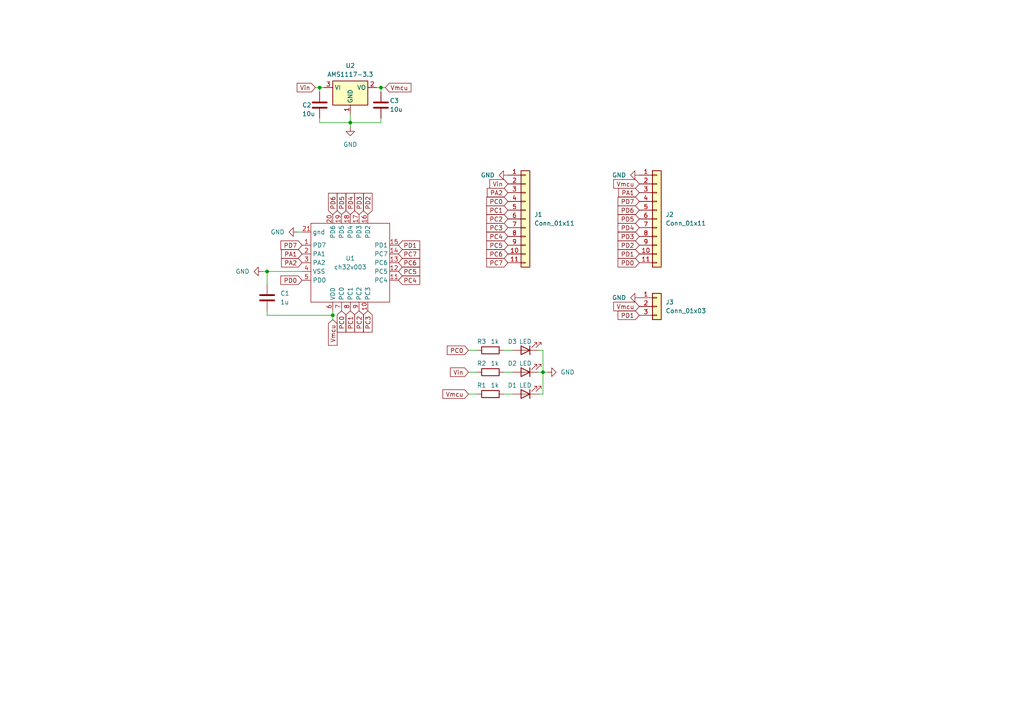
<source format=kicad_sch>
(kicad_sch (version 20231120) (generator "eeschema") (generator_version "8.0")
  (paper "A4")
  (lib_symbols
    (symbol "Connector_Generic:Conn_01x03" (pin_names (offset 1.016) hide)
      (property "Reference" "J" (at 0 5.08 0))
      (property "Value" "Conn_01x03" (at 0 -5.08 0))
      (symbol "Conn_01x03_1_1"
        (rectangle (start -1.27 -2.413) (end 0 -2.667) (stroke (width 0.1524)))
        (rectangle (start -1.27 0.127) (end 0 -0.127) (stroke (width 0.1524)))
        (rectangle (start -1.27 2.667) (end 0 2.413) (stroke (width 0.1524)))
        (rectangle (start -1.27 3.81) (end 1.27 -3.81) (stroke (width 0.254)) (fill (type background)))
        (pin passive line (at -5.08 2.54 0) (length 3.81) (name "Pin_1") (number "1"))
        (pin passive line (at -5.08 0 0) (length 3.81) (name "Pin_2") (number "2"))
        (pin passive line (at -5.08 -2.54 0) (length 3.81) (name "Pin_3") (number "3"))
      )
    )
    (symbol "Connector_Generic:Conn_01x11" (pin_names (offset 1.016) hide)
      (property "Reference" "J" (at 0 15.24 0))
      (property "Value" "Conn_01x11" (at 0 -15.24 0))
      (symbol "Conn_01x11_1_1"
        (rectangle (start -1.27 -12.573) (end 0 -12.827) (stroke (width 0.1524)))
        (rectangle (start -1.27 -10.033) (end 0 -10.287) (stroke (width 0.1524)))
        (rectangle (start -1.27 -7.493) (end 0 -7.747) (stroke (width 0.1524)))
        (rectangle (start -1.27 -4.953) (end 0 -5.207) (stroke (width 0.1524)))
        (rectangle (start -1.27 -2.413) (end 0 -2.667) (stroke (width 0.1524)))
        (rectangle (start -1.27 0.127) (end 0 -0.127) (stroke (width 0.1524)))
        (rectangle (start -1.27 2.667) (end 0 2.413) (stroke (width 0.1524)))
        (rectangle (start -1.27 5.207) (end 0 4.953) (stroke (width 0.1524)))
        (rectangle (start -1.27 7.747) (end 0 7.493) (stroke (width 0.1524)))
        (rectangle (start -1.27 10.287) (end 0 10.033) (stroke (width 0.1524)))
        (rectangle (start -1.27 12.827) (end 0 12.573) (stroke (width 0.1524)))
        (rectangle (start -1.27 13.97) (end 1.27 -13.97) (stroke (width 0.254)) (fill (type background)))
        (pin passive line (at -5.08 12.7 0) (length 3.81) (name "Pin_1") (number "1"))
        (pin passive line (at -5.08 -10.16 0) (length 3.81) (name "Pin_10") (number "10"))
        (pin passive line (at -5.08 -12.7 0) (length 3.81) (name "Pin_11") (number "11"))
        (pin passive line (at -5.08 10.16 0) (length 3.81) (name "Pin_2") (number "2"))
        (pin passive line (at -5.08 7.62 0) (length 3.81) (name "Pin_3") (number "3"))
        (pin passive line (at -5.08 5.08 0) (length 3.81) (name "Pin_4") (number "4"))
        (pin passive line (at -5.08 2.54 0) (length 3.81) (name "Pin_5") (number "5"))
        (pin passive line (at -5.08 0 0) (length 3.81) (name "Pin_6") (number "6"))
        (pin passive line (at -5.08 -2.54 0) (length 3.81) (name "Pin_7") (number "7"))
        (pin passive line (at -5.08 -5.08 0) (length 3.81) (name "Pin_8") (number "8"))
        (pin passive line (at -5.08 -7.62 0) (length 3.81) (name "Pin_9") (number "9"))
      )
    )
    (symbol "Device:C" (pin_numbers hide) (pin_names (offset 0.254))
      (property "Reference" "C" (at 0.635 2.54 0))
      (property "Value" "C" (at 0.635 -2.54 0))
      (symbol "C_0_1"
        (polyline (pts (xy -2.032 -0.762) (xy 2.032 -0.762)) (stroke (width 0.508)))
        (polyline (pts (xy -2.032 0.762) (xy 2.032 0.762)) (stroke (width 0.508)))
      )
      (symbol "C_1_1"
        (pin passive line (at 0 3.81 270) (length 2.794) (name "~") (number "1"))
        (pin passive line (at 0 -3.81 90) (length 2.794) (name "~") (number "2"))
      )
    )
    (symbol "Device:LED" (pin_numbers hide) (pin_names (offset 1.016) hide)
      (property "Reference" "D" (at 0 2.54 0))
      (property "Value" "LED" (at 0 -2.54 0))
      (symbol "LED_0_1"
        (polyline (pts (xy -1.27 -1.27) (xy -1.27 1.27)) (stroke (width 0.254)))
        (polyline (pts (xy -1.27 0) (xy 1.27 0)))
        (polyline (pts (xy 1.27 -1.27) (xy 1.27 1.27) (xy -1.27 0) (xy 1.27 -1.27)) (stroke (width 0.254)))
        (polyline (pts (xy -3.048 -0.762) (xy -4.572 -2.286) (xy -3.81 -2.286) (xy -4.572 -2.286) (xy -4.572 -1.524)))
        (polyline (pts (xy -1.778 -0.762) (xy -3.302 -2.286) (xy -2.54 -2.286) (xy -3.302 -2.286) (xy -3.302 -1.524)))
      )
      (symbol "LED_1_1"
        (pin passive line (at -3.81 0 0) (length 2.54) (name "K") (number "1"))
        (pin passive line (at 3.81 0 180) (length 2.54) (name "A") (number "2"))
      )
    )
    (symbol "Device:R" (pin_numbers hide) (pin_names (offset 0))
      (property "Reference" "R" (at 2.032 0 90))
      (property "Value" "R" (at 0 0 90))
      (symbol "R_0_1"
        (rectangle (start -1.016 -2.54) (end 1.016 2.54) (stroke (width 0.254)))
      )
      (symbol "R_1_1"
        (pin passive line (at 0 3.81 270) (length 1.27) (name "~") (number "1"))
        (pin passive line (at 0 -3.81 90) (length 1.27) (name "~") (number "2"))
      )
    )
    (symbol "Regulator_Linear:AMS1117-3.3"
      (property "Reference" "U" (at -3.81 3.175 0))
      (property "Value" "AMS1117-3.3" (at 0 3.175 0))
      (symbol "AMS1117-3.3_0_1"
        (rectangle (start -5.08 -5.08) (end 5.08 1.905) (stroke (width 0.254)) (fill (type background)))
      )
      (symbol "AMS1117-3.3_1_1"
        (pin power_in line (at 0 -7.62 90) (length 2.54) (name "GND") (number "1"))
        (pin power_out line (at 7.62 0 180) (length 2.54) (name "VO") (number "2"))
        (pin power_in line (at -7.62 0 0) (length 2.54) (name "VI") (number "3"))
      )
    )
    (symbol "my-lib:ch32v003-f4u6"
      (property "Reference" "U" (at 0 0 0))
      (symbol "ch32v003-f4u6_0_1"
        (rectangle (start -11.43 11.43) (end 11.43 -11.43))
      )
      (symbol "ch32v003-f4u6_1_1"
        (pin bidirectional line (at -13.97 5.08 0) (length 2.54) (name "PD7") (number "1"))
        (pin bidirectional line (at 5.08 -13.97 90) (length 2.54) (name "PC3") (number "10"))
        (pin bidirectional line (at 13.97 -5.08 180) (length 2.54) (name "PC4") (number "11"))
        (pin bidirectional line (at 13.97 -2.54 180) (length 2.54) (name "PC5") (number "12"))
        (pin bidirectional line (at 13.97 0 180) (length 2.54) (name "PC6") (number "13"))
        (pin bidirectional line (at 13.97 2.54 180) (length 2.54) (name "PC7") (number "14"))
        (pin bidirectional line (at 13.97 5.08 180) (length 2.54) (name "PD1") (number "15"))
        (pin bidirectional line (at 5.08 13.97 270) (length 2.54) (name "PD2") (number "16"))
        (pin bidirectional line (at 2.54 13.97 270) (length 2.54) (name "PD3") (number "17"))
        (pin bidirectional line (at 0 13.97 270) (length 2.54) (name "PD4") (number "18"))
        (pin bidirectional line (at -2.54 13.97 270) (length 2.54) (name "PD5") (number "19"))
        (pin bidirectional line (at -13.97 2.54 0) (length 2.54) (name "PA1") (number "2"))
        (pin bidirectional line (at -5.08 13.97 270) (length 2.54) (name "PD6") (number "20"))
        (pin bidirectional line (at -13.97 8.89 0) (length 2.54) (name "gnd") (number "21"))
        (pin bidirectional line (at -13.97 0 0) (length 2.54) (name "PA2") (number "3"))
        (pin bidirectional line (at -13.97 -2.54 0) (length 2.54) (name "VSS") (number "4"))
        (pin bidirectional line (at -13.97 -5.08 0) (length 2.54) (name "PD0") (number "5"))
        (pin bidirectional line (at -5.08 -13.97 90) (length 2.54) (name "VDD") (number "6"))
        (pin bidirectional line (at -2.54 -13.97 90) (length 2.54) (name "PC0") (number "7"))
        (pin bidirectional line (at 0 -13.97 90) (length 2.54) (name "PC1") (number "8"))
        (pin bidirectional line (at 2.54 -13.97 90) (length 2.54) (name "PC2") (number "9"))
      )
    )
    (symbol "power:GND" (power) (pin_names (offset 0))
      (property "Value" "GND" (at 0 -3.81 0))
      (symbol "GND_0_1"
        (polyline (pts (xy 0 0) (xy 0 -1.27) (xy 1.27 -1.27) (xy 0 -2.54) (xy -1.27 -1.27) (xy 0 -1.27)))
      )
      (symbol "GND_1_1"
        (pin power_in line (at 0 0 270) (length 0) hide (name "GND") (number "1"))
      )
    )
  )
  (junction (at 92.71 25.4))
  (junction (at 110.49 25.4))
  (junction (at 101.6 35.56))
  (junction (at 77.47 78.74))
  (junction (at 157.48 107.95))
  (junction (at 96.52 91.44))
  (wire (pts (xy 91.44 25.4) (xy 92.71 25.4)))
  (wire (pts (xy 110.49 25.4) (xy 111.76 25.4)))
  (wire (pts (xy 135.89 101.6) (xy 138.43 101.6)))
  (wire (pts (xy 135.89 114.3) (xy 138.43 114.3)))
  (wire (pts (xy 157.48 101.6) (xy 156.21 101.6)))
  (wire (pts (xy 156.21 107.95) (xy 157.48 107.95)))
  (wire (pts (xy 157.48 107.95) (xy 157.48 101.6)))
  (wire (pts (xy 77.47 78.74) (xy 77.47 82.55)))
  (wire (pts (xy 77.47 90.17) (xy 77.47 91.44)))
  (wire (pts (xy 96.52 91.44) (xy 96.52 90.17)))
  (wire (pts (xy 110.49 25.4) (xy 110.49 26.67)))
  (wire (pts (xy 157.48 114.3) (xy 157.48 107.95)))
  (wire (pts (xy 146.05 107.95) (xy 148.59 107.95)))
  (wire (pts (xy 101.6 33.02) (xy 101.6 35.56)))
  (wire (pts (xy 86.36 67.31) (xy 87.63 67.31)))
  (wire (pts (xy 146.05 114.3) (xy 148.59 114.3)))
  (wire (pts (xy 135.89 107.95) (xy 138.43 107.95)))
  (wire (pts (xy 96.52 92.71) (xy 96.52 91.44)))
  (wire (pts (xy 157.48 107.95) (xy 158.75 107.95)))
  (wire (pts (xy 77.47 91.44) (xy 96.52 91.44)))
  (wire (pts (xy 76.2 78.74) (xy 77.47 78.74)))
  (wire (pts (xy 92.71 25.4) (xy 93.98 25.4)))
  (wire (pts (xy 92.71 25.4) (xy 92.71 26.67)))
  (wire (pts (xy 110.49 35.56) (xy 101.6 35.56)))
  (wire (pts (xy 92.71 35.56) (xy 101.6 35.56)))
  (wire (pts (xy 156.21 114.3) (xy 157.48 114.3)))
  (wire (pts (xy 92.71 35.56) (xy 92.71 34.29)))
  (wire (pts (xy 101.6 35.56) (xy 101.6 36.83)))
  (wire (pts (xy 146.05 101.6) (xy 148.59 101.6)))
  (wire (pts (xy 109.22 25.4) (xy 110.49 25.4)))
  (wire (pts (xy 110.49 34.29) (xy 110.49 35.56)))
  (wire (pts (xy 77.47 78.74) (xy 87.63 78.74)))
  (global_label "PC5" (shape input) (at 115.57 78.74 0) (property "Intersheetrefs" "${INTERSHEET_REFS}" (effects (hide yes))))
  (global_label "PC2" (shape input) (at 104.14 90.17 270) (property "Intersheetrefs" "${INTERSHEET_REFS}" (effects (hide yes))))
  (global_label "PD1" (shape input) (at 185.42 73.66 180) (property "Intersheetrefs" "${INTERSHEET_REFS}" (effects (hide yes))))
  (global_label "PC0" (shape input) (at 135.89 101.6 180) (property "Intersheetrefs" "${INTERSHEET_REFS}" (effects (hide yes))))
  (global_label "PD2" (shape input) (at 185.42 71.12 180) (property "Intersheetrefs" "${INTERSHEET_REFS}" (effects (hide yes))))
  (global_label "PC4" (shape input) (at 115.57 81.28 0) (property "Intersheetrefs" "${INTERSHEET_REFS}" (effects (hide yes))))
  (global_label "PD1" (shape input) (at 115.57 71.12 0) (property "Intersheetrefs" "${INTERSHEET_REFS}" (effects (hide yes))))
  (global_label "PD5" (shape input) (at 185.42 63.5 180) (property "Intersheetrefs" "${INTERSHEET_REFS}" (effects (hide yes))))
  (global_label "PD7" (shape input) (at 185.42 58.42 180) (property "Intersheetrefs" "${INTERSHEET_REFS}" (effects (hide yes))))
  (global_label "PD4" (shape input) (at 101.6 62.23 90) (property "Intersheetrefs" "${INTERSHEET_REFS}" (effects (hide yes))))
  (global_label "PD3" (shape input) (at 185.42 68.58 180) (property "Intersheetrefs" "${INTERSHEET_REFS}" (effects (hide yes))))
  (global_label "PC1" (shape input) (at 147.32 60.96 180) (property "Intersheetrefs" "${INTERSHEET_REFS}" (effects (hide yes))))
  (global_label "PD3" (shape input) (at 104.14 62.23 90) (property "Intersheetrefs" "${INTERSHEET_REFS}" (effects (hide yes))))
  (global_label "PC1" (shape input) (at 101.6 90.17 270) (property "Intersheetrefs" "${INTERSHEET_REFS}" (effects (hide yes))))
  (global_label "PC6" (shape input) (at 115.57 76.2 0) (property "Intersheetrefs" "${INTERSHEET_REFS}" (effects (hide yes))))
  (global_label "Vin" (shape input) (at 147.32 53.34 180) (property "Intersheetrefs" "${INTERSHEET_REFS}" (effects (hide yes))))
  (global_label "PD6" (shape input) (at 96.52 62.23 90) (property "Intersheetrefs" "${INTERSHEET_REFS}" (effects (hide yes))))
  (global_label "PA2" (shape input) (at 87.63 76.2 180) (property "Intersheetrefs" "${INTERSHEET_REFS}" (effects (hide yes))))
  (global_label "PC0" (shape input) (at 99.06 90.17 270) (property "Intersheetrefs" "${INTERSHEET_REFS}" (effects (hide yes))))
  (global_label "Vin" (shape input) (at 135.89 107.95 180) (property "Intersheetrefs" "${INTERSHEET_REFS}" (effects (hide yes))))
  (global_label "PC3" (shape input) (at 106.68 90.17 270) (property "Intersheetrefs" "${INTERSHEET_REFS}" (effects (hide yes))))
  (global_label "Vmcu" (shape input) (at 135.89 114.3 180) (property "Intersheetrefs" "${INTERSHEET_REFS}" (effects (hide yes))))
  (global_label "PC6" (shape input) (at 147.32 73.66 180) (property "Intersheetrefs" "${INTERSHEET_REFS}" (effects (hide yes))))
  (global_label "Vmcu" (shape input) (at 96.52 92.71 270) (property "Intersheetrefs" "${INTERSHEET_REFS}" (effects (hide yes))))
  (global_label "PD0" (shape input) (at 87.63 81.28 180) (property "Intersheetrefs" "${INTERSHEET_REFS}" (effects (hide yes))))
  (global_label "PD4" (shape input) (at 185.42 66.04 180) (property "Intersheetrefs" "${INTERSHEET_REFS}" (effects (hide yes))))
  (global_label "PD0" (shape input) (at 185.42 76.2 180) (property "Intersheetrefs" "${INTERSHEET_REFS}" (effects (hide yes))))
  (global_label "PD1" (shape input) (at 185.42 91.44 180) (property "Intersheetrefs" "${INTERSHEET_REFS}" (effects (hide yes))))
  (global_label "PA2" (shape input) (at 147.32 55.88 180) (property "Intersheetrefs" "${INTERSHEET_REFS}" (effects (hide yes))))
  (global_label "PC4" (shape input) (at 147.32 68.58 180) (property "Intersheetrefs" "${INTERSHEET_REFS}" (effects (hide yes))))
  (global_label "Vin" (shape input) (at 91.44 25.4 180) (property "Intersheetrefs" "${INTERSHEET_REFS}" (effects (hide yes))))
  (global_label "Vmcu" (shape input) (at 185.42 53.34 180) (property "Intersheetrefs" "${INTERSHEET_REFS}" (effects (hide yes))))
  (global_label "PA1" (shape input) (at 87.63 73.66 180) (property "Intersheetrefs" "${INTERSHEET_REFS}" (effects (hide yes))))
  (global_label "PD5" (shape input) (at 99.06 62.23 90) (property "Intersheetrefs" "${INTERSHEET_REFS}" (effects (hide yes))))
  (global_label "Vmcu" (shape input) (at 111.76 25.4 0) (property "Intersheetrefs" "${INTERSHEET_REFS}" (effects (hide yes))))
  (global_label "PC7" (shape input) (at 147.32 76.2 180) (property "Intersheetrefs" "${INTERSHEET_REFS}" (effects (hide yes))))
  (global_label "Vmcu" (shape input) (at 185.42 88.9 180) (property "Intersheetrefs" "${INTERSHEET_REFS}" (effects (hide yes))))
  (global_label "PC5" (shape input) (at 147.32 71.12 180) (property "Intersheetrefs" "${INTERSHEET_REFS}" (effects (hide yes))))
  (global_label "PA1" (shape input) (at 185.42 55.88 180) (property "Intersheetrefs" "${INTERSHEET_REFS}" (effects (hide yes))))
  (global_label "PC0" (shape input) (at 147.32 58.42 180) (property "Intersheetrefs" "${INTERSHEET_REFS}" (effects (hide yes))))
  (global_label "PC7" (shape input) (at 115.57 73.66 0) (property "Intersheetrefs" "${INTERSHEET_REFS}" (effects (hide yes))))
  (global_label "PC3" (shape input) (at 147.32 66.04 180) (property "Intersheetrefs" "${INTERSHEET_REFS}" (effects (hide yes))))
  (global_label "PC2" (shape input) (at 147.32 63.5 180) (property "Intersheetrefs" "${INTERSHEET_REFS}" (effects (hide yes))))
  (global_label "PD6" (shape input) (at 185.42 60.96 180) (property "Intersheetrefs" "${INTERSHEET_REFS}" (effects (hide yes))))
  (global_label "PD2" (shape input) (at 106.68 62.23 90) (property "Intersheetrefs" "${INTERSHEET_REFS}" (effects (hide yes))))
  (global_label "PD7" (shape input) (at 87.63 71.12 180) (property "Intersheetrefs" "${INTERSHEET_REFS}" (effects (hide yes))))
  (symbol (lib_id "Device:C") (at 92.71 30.48 0) (unit 1)
    (property "Reference" "C2" (at 87.63 30.48 0) (effects (justify left)))
    (property "Value" "10u" (at 87.63 33.02 0) (effects (justify left)))
    (property "Footprint" "Capacitor_SMD:C_0603_1608Metric" (effects (hide yes)))
  )
  (symbol (lib_id "Device:C") (at 77.47 86.36 0) (unit 1)
    (property "Reference" "C1" (at 81.28 85.09 0) (effects (justify left)))
    (property "Value" "1u" (at 81.28 87.63 0) (effects (justify left)))
    (property "Footprint" "Capacitor_SMD:C_0603_1608Metric" (effects (hide yes)))
  )
  (symbol (lib_id "Device:LED") (at 152.4 107.95 180) (unit 1)
    (property "Reference" "D2" (at 148.59 105.41 0))
    (property "Value" "LED" (at 152.4 105.41 0))
    (property "Footprint" "my-lib:LED-0603-1608" (effects (hide yes)))
  )
  (symbol (lib_id "power:GND") (at 185.42 50.8 270) (unit 1)
    (property "Reference" "#PWR04" (effects (hide yes)))
    (property "Value" "GND" (at 181.61 50.8 90) (effects (justify right)))
  )
  (symbol (lib_id "Device:R") (at 142.24 107.95 90) (unit 1)
    (property "Reference" "R2" (at 139.7 105.41 90))
    (property "Value" "1k" (at 143.51 105.41 90))
    (property "Footprint" "Resistor_SMD:R_0603_1608Metric" (effects (hide yes)))
  )
  (symbol (lib_id "power:GND") (at 86.36 67.31 270) (unit 1)
    (property "Reference" "#PWR01" (effects (hide yes)))
    (property "Value" "GND" (at 82.55 67.31 90) (effects (justify right)))
  )
  (symbol (lib_id "power:GND") (at 158.75 107.95 90) (unit 1)
    (property "Reference" "#PWR06" (effects (hide yes)))
    (property "Value" "GND" (at 162.56 107.95 90) (effects (justify right)))
  )
  (symbol (lib_id "Device:R") (at 142.24 114.3 90) (unit 1)
    (property "Reference" "R1" (at 139.7 111.76 90))
    (property "Value" "1k" (at 143.51 111.76 90))
    (property "Footprint" "Resistor_SMD:R_0603_1608Metric" (effects (hide yes)))
  )
  (symbol (lib_id "power:GND") (at 185.42 86.36 270) (unit 1)
    (property "Reference" "#PWR07" (effects (hide yes)))
    (property "Value" "GND" (at 181.61 86.36 90) (effects (justify right)))
  )
  (symbol (lib_id "Connector_Generic:Conn_01x11") (at 152.4 63.5 0) (unit 1)
    (property "Reference" "J1" (at 154.94 62.23 0) (effects (justify left)))
    (property "Value" "Conn_01x11" (at 154.94 64.77 0) (effects (justify left)))
    (property "Footprint" "my-lib:pin-header-2.5mm-11" (effects (hide yes)))
  )
  (symbol (lib_id "Regulator_Linear:AMS1117-3.3") (at 101.6 25.4 0) (unit 1)
    (property "Reference" "U2" (at 101.6 19.05 0))
    (property "Value" "AMS1117-3.3" (at 101.6 21.59 0))
    (property "Footprint" "Package_TO_SOT_SMD:SOT-23-3" (effects (hide yes)))
    (property "Datasheet" "http://www.advanced-monolithic.com/pdf/ds1117.pdf" (effects (hide yes)))
  )
  (symbol (lib_id "Device:R") (at 142.24 101.6 90) (unit 1)
    (property "Reference" "R3" (at 139.7 99.06 90))
    (property "Value" "1k" (at 143.51 99.06 90))
    (property "Footprint" "Resistor_SMD:R_0603_1608Metric" (effects (hide yes)))
  )
  (symbol (lib_id "power:GND") (at 147.32 50.8 270) (unit 1)
    (property "Reference" "#PWR02" (effects (hide yes)))
    (property "Value" "GND" (at 143.51 50.8 90) (effects (justify right)))
  )
  (symbol (lib_id "power:GND") (at 101.6 36.83 0) (unit 1)
    (property "Reference" "#PWR05" (effects (hide yes)))
    (property "Value" "GND" (at 101.6 41.91 0))
  )
  (symbol (lib_id "Connector_Generic:Conn_01x03") (at 190.5 88.9 0) (unit 1)
    (property "Reference" "J3" (at 193.04 87.63 0) (effects (justify left)))
    (property "Value" "Conn_01x03" (at 193.04 90.17 0) (effects (justify left)))
    (property "Footprint" "my-lib:pin-header-2.5mm-3" (effects (hide yes)))
  )
  (symbol (lib_id "Device:C") (at 110.49 30.48 0) (unit 1)
    (property "Reference" "C3" (at 113.03 29.21 0) (effects (justify left)))
    (property "Value" "10u" (at 113.03 31.75 0) (effects (justify left)))
    (property "Footprint" "Capacitor_SMD:C_0603_1608Metric" (effects (hide yes)))
  )
  (symbol (lib_id "power:GND") (at 76.2 78.74 270) (unit 1)
    (property "Reference" "#PWR03" (effects (hide yes)))
    (property "Value" "GND" (at 72.39 78.74 90) (effects (justify right)))
  )
  (symbol (lib_id "my-lib:ch32v003-f4u6") (at 101.6 76.2 0) (unit 1)
    (property "Reference" "U1" (at 101.6 74.93 0))
    (property "Value" "ch32v003" (at 101.6 77.47 0))
    (property "Footprint" "Package_DFN_QFN:QFN-20-1EP_3x3mm_P0.4mm_EP1.65x1.65mm" (effects (hide yes)))
  )
  (symbol (lib_id "Device:LED") (at 152.4 101.6 180) (unit 1)
    (property "Reference" "D3" (at 148.59 99.06 0))
    (property "Value" "LED" (at 152.4 99.06 0))
    (property "Footprint" "my-lib:LED-0603-1608" (effects (hide yes)))
  )
  (symbol (lib_id "Device:LED") (at 152.4 114.3 180) (unit 1)
    (property "Reference" "D1" (at 148.59 111.76 0))
    (property "Value" "LED" (at 152.4 111.76 0))
    (property "Footprint" "my-lib:LED-0603-1608" (effects (hide yes)))
  )
  (symbol (lib_id "Connector_Generic:Conn_01x11") (at 190.5 63.5 0) (unit 1)
    (property "Reference" "J2" (at 193.04 62.23 0) (effects (justify left)))
    (property "Value" "Conn_01x11" (at 193.04 64.77 0) (effects (justify left)))
    (property "Footprint" "my-lib:pin-header-2.5mm-11" (effects (hide yes)))
  )
)
</source>
